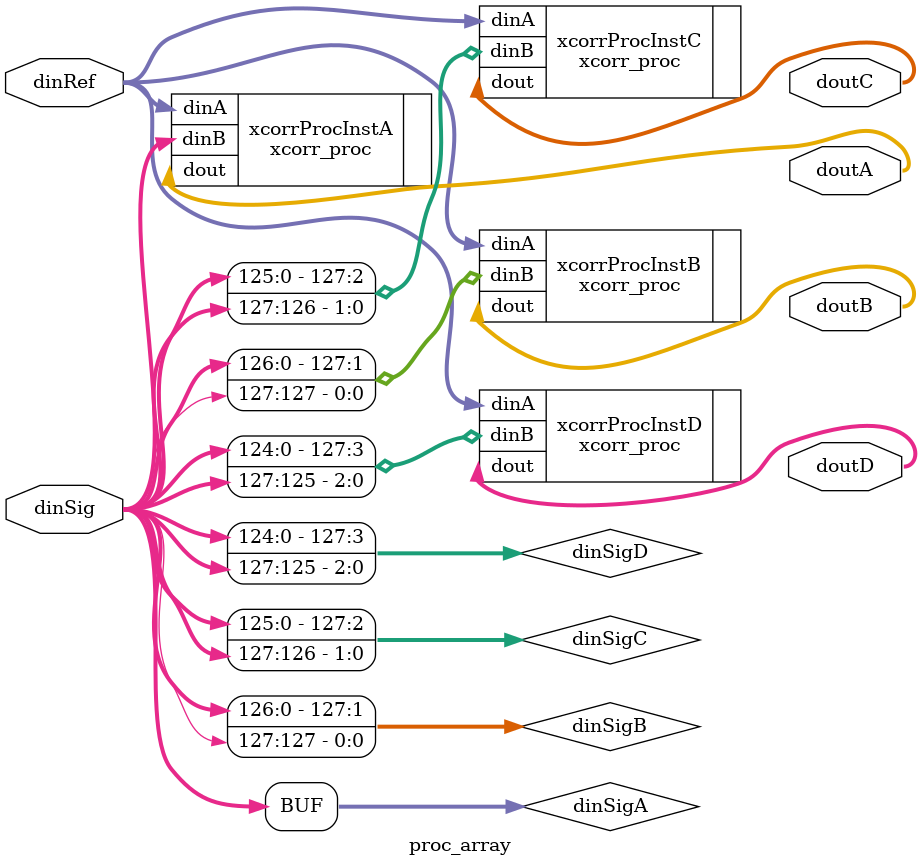
<source format=v>
`timescale 1ns/100ps

module proc_array(dinRef, dinSig, doutA, doutB, doutC, doutD);
    parameter NDATA = 128;
    parameter NDATA_LOG = $clog2(NDATA);

    input [NDATA-1:0] dinRef;
    input [NDATA-1:0] dinSig;

    output [NDATA_LOG:0] doutA;
    output [NDATA_LOG:0] doutB;
    output [NDATA_LOG:0] doutC;
    output [NDATA_LOG:0] doutD;

    wire [NDATA-1:0] dinSigA;
    wire [NDATA-1:0] dinSigB;
    wire [NDATA-1:0] dinSigC;
    wire [NDATA-1:0] dinSigD;

    assign dinSigA = dinSig;
    assign dinSigB = {dinSig[NDATA-2:0], dinSig[NDATA-1]};
    assign dinSigC = {dinSig[NDATA-3:0], dinSig[NDATA-1:NDATA-2]};
    assign dinSigD = {dinSig[NDATA-4:0], dinSig[NDATA-1:NDATA-3]};

    xcorr_proc #(NDATA) xcorrProcInstA (
        .dinA (dinRef),
        .dinB (dinSigA),
        .dout (doutA)
    );

    xcorr_proc #(NDATA) xcorrProcInstB (
        .dinA (dinRef),
        .dinB (dinSigB),
        .dout (doutB)
    );

    xcorr_proc #(NDATA) xcorrProcInstC (
        .dinA (dinRef),
        .dinB (dinSigC),
        .dout (doutC)
    );

    xcorr_proc #(NDATA) xcorrProcInstD (
        .dinA (dinRef),
        .dinB (dinSigD),
        .dout (doutD)
    );

endmodule

</source>
